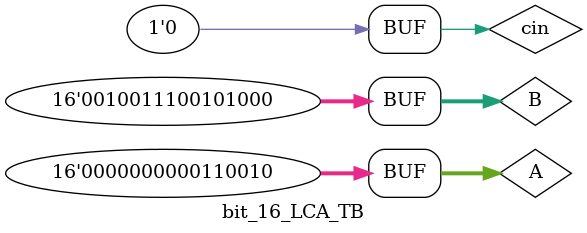
<source format=v>
`timescale 1ns / 1ps


module bit_16_LCA_TB;
    // Inputs
    reg[15:0] A;
    reg[15:0] B;
    reg cin;

    // Outputs
    wire[15:0] sum;
    wire cout;
    wire p;
    wire g;

    bit_16 A1(.A(A), .B(B), .cin(cin), 
            .sum(sum), .cout(cout), .p(p), .g(g));
    
    initial 
        begin
            $monitor ("A = %d, B = %d, cin = %b, sum = %d, cout = %b\n", A, B, cin, sum, cout);

            // Test cases
            // 16-bit unsigned numbers can vary from [0, 65535]
            // Output can range from [0, 131071]
            A = 16'd65000; B = 16'd65340; cin = 1'd0;       // sum = 16'64804, cout = 1'd1
            #100;
            A = 16'd58135; B = 16'd3592; cin = 1'd0;        // sum = 16'61727, cout = 1'd0
            #100;
            A = 16'd1005; B = 16'd69; cin = 1'd1;           // sum = 16'd1075, cout = 1'd0
            #100;
            A = 16'd15124; B = 16'd5383; cin = 1'd1;        // sum = 16'20508, cout = 1'd0
            #100;
            A = 16'd50; B = 16'd10024; cin = 1'd0;          // sum = 16'd10074, cout = 1'd0
        end

endmodule 
</source>
